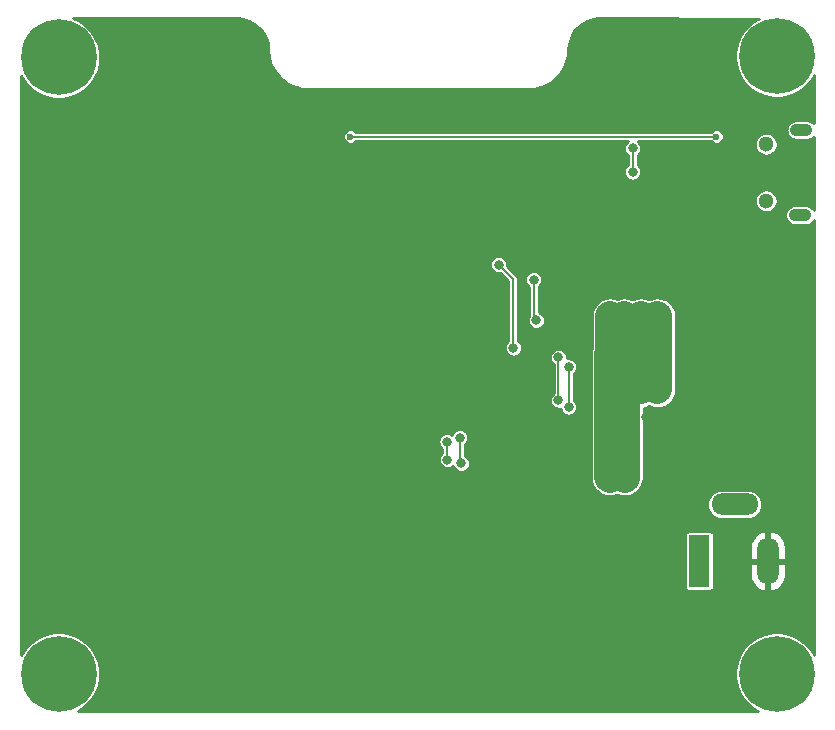
<source format=gbr>
G04 #@! TF.GenerationSoftware,KiCad,Pcbnew,(5.1.10-1-10_14)*
G04 #@! TF.CreationDate,2021-09-03T22:36:36+10:00*
G04 #@! TF.ProjectId,esp32_smart_keezer,65737033-325f-4736-9d61-72745f6b6565,1*
G04 #@! TF.SameCoordinates,Original*
G04 #@! TF.FileFunction,Copper,L2,Bot*
G04 #@! TF.FilePolarity,Positive*
%FSLAX46Y46*%
G04 Gerber Fmt 4.6, Leading zero omitted, Abs format (unit mm)*
G04 Created by KiCad (PCBNEW (5.1.10-1-10_14)) date 2021-09-03 22:36:36*
%MOMM*%
%LPD*%
G01*
G04 APERTURE LIST*
G04 #@! TA.AperFunction,ComponentPad*
%ADD10O,1.900000X1.070000*%
G04 #@! TD*
G04 #@! TA.AperFunction,ComponentPad*
%ADD11C,1.300000*%
G04 #@! TD*
G04 #@! TA.AperFunction,ComponentPad*
%ADD12C,0.800000*%
G04 #@! TD*
G04 #@! TA.AperFunction,ComponentPad*
%ADD13C,6.400000*%
G04 #@! TD*
G04 #@! TA.AperFunction,ComponentPad*
%ADD14O,4.000000X1.800000*%
G04 #@! TD*
G04 #@! TA.AperFunction,ComponentPad*
%ADD15O,1.800000X4.000000*%
G04 #@! TD*
G04 #@! TA.AperFunction,ComponentPad*
%ADD16R,1.800000X4.400000*%
G04 #@! TD*
G04 #@! TA.AperFunction,ViaPad*
%ADD17C,0.800000*%
G04 #@! TD*
G04 #@! TA.AperFunction,ViaPad*
%ADD18C,0.600000*%
G04 #@! TD*
G04 #@! TA.AperFunction,Conductor*
%ADD19C,0.167000*%
G04 #@! TD*
G04 #@! TA.AperFunction,Conductor*
%ADD20C,0.200000*%
G04 #@! TD*
G04 #@! TA.AperFunction,Conductor*
%ADD21C,2.500000*%
G04 #@! TD*
G04 #@! TA.AperFunction,Conductor*
%ADD22C,0.254000*%
G04 #@! TD*
G04 #@! TA.AperFunction,Conductor*
%ADD23C,0.100000*%
G04 #@! TD*
G04 APERTURE END LIST*
D10*
X174050000Y-84800000D03*
X173950000Y-92000000D03*
D11*
X171050000Y-86000000D03*
X171050000Y-90800000D03*
D12*
X112847056Y-129152944D03*
X111150000Y-128450000D03*
X109452944Y-129152944D03*
X108750000Y-130850000D03*
X109452944Y-132547056D03*
X111150000Y-133250000D03*
X112847056Y-132547056D03*
X113550000Y-130850000D03*
D13*
X111150000Y-130850000D03*
D12*
X173647056Y-76852944D03*
X171950000Y-76150000D03*
X170252944Y-76852944D03*
X169550000Y-78550000D03*
X170252944Y-80247056D03*
X171950000Y-80950000D03*
X173647056Y-80247056D03*
X174350000Y-78550000D03*
D13*
X171950000Y-78550000D03*
X171950000Y-130850000D03*
D12*
X174350000Y-130850000D03*
X173647056Y-132547056D03*
X171950000Y-133250000D03*
X170252944Y-132547056D03*
X169550000Y-130850000D03*
X170252944Y-129152944D03*
X171950000Y-128450000D03*
X173647056Y-129152944D03*
X112847056Y-76952944D03*
X111150000Y-76250000D03*
X109452944Y-76952944D03*
X108750000Y-78650000D03*
X109452944Y-80347056D03*
X111150000Y-81050000D03*
X112847056Y-80347056D03*
X113550000Y-78650000D03*
D13*
X111150000Y-78650000D03*
D14*
X168400000Y-116500000D03*
D15*
X171200000Y-121300000D03*
D16*
X165400000Y-121300000D03*
D17*
X138900000Y-91270000D03*
X140610000Y-91270000D03*
X142250000Y-91220000D03*
X142250000Y-89690000D03*
X140590000Y-89690000D03*
X140560000Y-87930000D03*
X142220000Y-87980000D03*
X138880000Y-87950000D03*
X135850000Y-101250000D03*
X134750000Y-82250000D03*
X129650000Y-81850000D03*
X130650000Y-87550000D03*
X126150000Y-87350000D03*
X160150000Y-83250000D03*
X164750000Y-83350000D03*
X126800000Y-96900000D03*
X152650000Y-97150000D03*
X158950000Y-97150000D03*
X169750000Y-87050000D03*
X168750000Y-87550000D03*
X128050000Y-98650000D03*
X151550000Y-82250000D03*
X120150000Y-121700000D03*
X130150000Y-121700000D03*
X160150000Y-121700000D03*
X150150000Y-109150000D03*
X140150000Y-109150000D03*
X130150000Y-109150000D03*
X120150000Y-109150000D03*
X139923063Y-121473063D03*
X149948063Y-121498063D03*
X133275000Y-114575000D03*
X130425000Y-116975000D03*
X140650000Y-117775000D03*
X143425000Y-121350000D03*
X151975000Y-113475000D03*
X152675000Y-109275000D03*
X147775000Y-87450000D03*
X145550000Y-82400000D03*
X155825000Y-94925000D03*
X138925000Y-89725000D03*
X149575000Y-116375000D03*
X153175000Y-100750000D03*
X164750000Y-84650000D03*
X116650000Y-96650000D03*
X110350000Y-96750000D03*
X152650000Y-89150000D03*
X155150000Y-89150000D03*
X117650000Y-79150000D03*
X127650000Y-79150000D03*
X114750000Y-89500000D03*
X117650000Y-99150000D03*
X112650000Y-109150000D03*
X112575000Y-116150000D03*
X117650000Y-129150000D03*
X122650000Y-129200000D03*
X132650000Y-129200000D03*
X142650000Y-129200000D03*
X152650000Y-129200000D03*
X162650000Y-129200000D03*
X142650000Y-104150000D03*
X132650000Y-104150000D03*
X117650000Y-104150000D03*
X112650000Y-104150000D03*
X157650000Y-84150000D03*
X157650000Y-79150000D03*
X167650000Y-79150000D03*
X167650000Y-84150000D03*
X117650000Y-119200000D03*
X157650000Y-119200000D03*
X153750000Y-117050000D03*
X145650000Y-118150000D03*
X137650000Y-118450000D03*
X140650000Y-97150000D03*
X160650000Y-91150000D03*
X122400000Y-115900000D03*
X125000000Y-117550000D03*
X151000000Y-125550000D03*
X162700000Y-121700000D03*
X162150000Y-113150000D03*
X135250000Y-93200000D03*
X163450000Y-79950000D03*
X163400000Y-81550000D03*
X152500000Y-94650000D03*
X168500000Y-122950000D03*
X173925000Y-122975000D03*
X146150000Y-124300000D03*
X131050000Y-125500000D03*
X124850000Y-124900000D03*
X155100000Y-122550000D03*
X117650000Y-84300000D03*
X122400000Y-79150000D03*
X120500000Y-96850000D03*
X121750000Y-88550000D03*
X160917010Y-109075000D03*
X171150000Y-117925000D03*
X171150000Y-124425000D03*
X173925000Y-120025000D03*
X168500000Y-120000000D03*
D18*
X173850000Y-86325000D03*
X173850000Y-90525000D03*
X169525000Y-84025000D03*
X171950000Y-84025000D03*
D17*
X173750000Y-112950000D03*
X110625000Y-84300000D03*
X112625000Y-124925000D03*
X161050000Y-92750000D03*
D18*
X164450000Y-98950000D03*
X164450000Y-100150000D03*
X164450000Y-101350000D03*
X166850000Y-101350000D03*
X166850000Y-100150000D03*
X166850000Y-98950000D03*
X165650000Y-98550000D03*
X165650000Y-101750000D03*
X171650000Y-97950000D03*
X172850000Y-100050000D03*
X171650000Y-102150000D03*
X170650000Y-100050000D03*
X172350000Y-103350000D03*
X172350000Y-105450000D03*
X172350000Y-106750000D03*
X172350000Y-107950000D03*
X172350000Y-109250000D03*
D17*
X166050000Y-111150000D03*
X174050000Y-96850000D03*
D18*
X166850000Y-85350000D03*
X135850000Y-85350000D03*
D17*
X159750000Y-86350000D03*
X159750000Y-88350000D03*
X151375000Y-97475000D03*
X153475000Y-107675000D03*
X153475000Y-104050000D03*
X144025000Y-111175000D03*
X144075000Y-112699490D03*
X151600000Y-100925000D03*
X154350000Y-108250000D03*
X154350000Y-104850000D03*
X149650000Y-103250000D03*
X148400000Y-96200002D03*
X145125000Y-110850000D03*
X145250000Y-113033500D03*
D18*
X157800000Y-114225000D03*
X159100000Y-114225000D03*
X157650000Y-99950000D03*
X157450000Y-102750000D03*
X162650000Y-102950000D03*
X161850000Y-99950000D03*
X160450000Y-99950000D03*
X159050000Y-99950000D03*
D19*
X166850000Y-85350000D02*
X135850000Y-85350000D01*
D20*
X159750000Y-86350000D02*
X159750000Y-88350000D01*
D19*
X153475000Y-107675000D02*
X153475000Y-104050000D01*
X144025000Y-112649490D02*
X144075000Y-112699490D01*
X144025000Y-111175000D02*
X144025000Y-112649490D01*
X151375000Y-97475000D02*
X151375000Y-100700000D01*
X151375000Y-100700000D02*
X151600000Y-100925000D01*
X154350000Y-108250000D02*
X154350000Y-104850000D01*
X149650000Y-103250000D02*
X149650000Y-97450002D01*
X149650000Y-97450002D02*
X148400000Y-96200002D01*
X145125000Y-112908500D02*
X145250000Y-113033500D01*
X145125000Y-110850000D02*
X145125000Y-112908500D01*
D21*
X160450000Y-106750000D02*
X160450000Y-100550000D01*
X161850000Y-106750000D02*
X161850000Y-100550000D01*
X159100000Y-114225000D02*
X159100000Y-108200000D01*
X157775000Y-103750000D02*
X157775000Y-114200000D01*
X157775000Y-114200000D02*
X157800000Y-114225000D01*
X157850000Y-100550000D02*
X157850000Y-103675000D01*
X159050000Y-109150000D02*
X159050000Y-100550000D01*
D22*
X126764003Y-75404087D02*
X127258427Y-75553361D01*
X127714449Y-75795832D01*
X128114680Y-76122252D01*
X128443894Y-76520203D01*
X128689537Y-76974513D01*
X128842262Y-77467885D01*
X128897991Y-77998117D01*
X128898002Y-78001227D01*
X128898075Y-78022171D01*
X128899628Y-78037465D01*
X128899521Y-78052846D01*
X128900001Y-78057738D01*
X128961202Y-78640028D01*
X128967616Y-78671274D01*
X128973595Y-78702618D01*
X128975016Y-78707324D01*
X129148153Y-79266637D01*
X129160510Y-79296033D01*
X129172467Y-79325627D01*
X129174773Y-79329962D01*
X129174775Y-79329967D01*
X129174778Y-79329971D01*
X129453250Y-79844998D01*
X129471078Y-79871428D01*
X129488560Y-79898144D01*
X129491666Y-79901952D01*
X129864876Y-80353085D01*
X129887490Y-80375541D01*
X129909835Y-80398360D01*
X129913623Y-80401492D01*
X130367351Y-80771544D01*
X130393893Y-80789179D01*
X130420248Y-80807224D01*
X130424571Y-80809562D01*
X130941536Y-81084436D01*
X130971026Y-81096591D01*
X131000355Y-81109161D01*
X131005050Y-81110615D01*
X131565558Y-81279841D01*
X131596804Y-81286028D01*
X131628059Y-81292672D01*
X131632946Y-81293185D01*
X131632948Y-81293185D01*
X132215650Y-81350320D01*
X132232708Y-81352000D01*
X150967292Y-81352000D01*
X150967902Y-81351940D01*
X150972171Y-81351925D01*
X150987465Y-81350372D01*
X151002846Y-81350479D01*
X151007738Y-81349999D01*
X151590028Y-81288798D01*
X151621274Y-81282384D01*
X151652618Y-81276405D01*
X151657324Y-81274984D01*
X152216637Y-81101847D01*
X152246033Y-81089490D01*
X152275627Y-81077533D01*
X152279962Y-81075227D01*
X152279967Y-81075225D01*
X152279971Y-81075222D01*
X152794998Y-80796750D01*
X152821428Y-80778922D01*
X152848144Y-80761440D01*
X152851952Y-80758334D01*
X153303085Y-80385124D01*
X153325541Y-80362510D01*
X153348360Y-80340165D01*
X153351492Y-80336377D01*
X153721544Y-79882649D01*
X153739179Y-79856107D01*
X153757224Y-79829752D01*
X153759562Y-79825429D01*
X154034436Y-79308464D01*
X154046591Y-79278974D01*
X154059161Y-79249645D01*
X154060615Y-79244950D01*
X154229841Y-78684442D01*
X154236028Y-78653196D01*
X154242672Y-78621941D01*
X154243185Y-78617052D01*
X154300320Y-78034350D01*
X154300320Y-78034348D01*
X154354087Y-77485997D01*
X154503361Y-76991573D01*
X154745832Y-76535551D01*
X155072252Y-76135320D01*
X155470203Y-75806106D01*
X155924513Y-75560463D01*
X156417885Y-75407738D01*
X156948117Y-75352009D01*
X156950706Y-75352000D01*
X170429546Y-75362195D01*
X170279339Y-75424413D01*
X169701668Y-75810400D01*
X169210400Y-76301668D01*
X168824413Y-76879339D01*
X168558540Y-77521212D01*
X168423000Y-78202621D01*
X168423000Y-78897379D01*
X168558540Y-79578788D01*
X168824413Y-80220661D01*
X169210400Y-80798332D01*
X169701668Y-81289600D01*
X170279339Y-81675587D01*
X170921212Y-81941460D01*
X171602621Y-82077000D01*
X172297379Y-82077000D01*
X172978788Y-81941460D01*
X173620661Y-81675587D01*
X174198332Y-81289600D01*
X174689600Y-80798332D01*
X175075587Y-80220661D01*
X175098000Y-80166551D01*
X175098000Y-84212535D01*
X175077475Y-84187525D01*
X174946218Y-84079806D01*
X174796469Y-83999763D01*
X174633981Y-83950473D01*
X174507339Y-83938000D01*
X173592661Y-83938000D01*
X173466019Y-83950473D01*
X173303531Y-83999763D01*
X173153782Y-84079806D01*
X173022525Y-84187525D01*
X172914806Y-84318782D01*
X172834763Y-84468531D01*
X172785473Y-84631019D01*
X172768830Y-84800000D01*
X172785473Y-84968981D01*
X172834763Y-85131469D01*
X172914806Y-85281218D01*
X173022525Y-85412475D01*
X173153782Y-85520194D01*
X173303531Y-85600237D01*
X173466019Y-85649527D01*
X173592661Y-85662000D01*
X174507339Y-85662000D01*
X174633981Y-85649527D01*
X174796469Y-85600237D01*
X174946218Y-85520194D01*
X175077475Y-85412475D01*
X175098000Y-85387465D01*
X175098000Y-91542741D01*
X175085194Y-91518782D01*
X174977475Y-91387525D01*
X174846218Y-91279806D01*
X174696469Y-91199763D01*
X174533981Y-91150473D01*
X174407339Y-91138000D01*
X173492661Y-91138000D01*
X173366019Y-91150473D01*
X173203531Y-91199763D01*
X173053782Y-91279806D01*
X172922525Y-91387525D01*
X172814806Y-91518782D01*
X172734763Y-91668531D01*
X172685473Y-91831019D01*
X172668830Y-92000000D01*
X172685473Y-92168981D01*
X172734763Y-92331469D01*
X172814806Y-92481218D01*
X172922525Y-92612475D01*
X173053782Y-92720194D01*
X173203531Y-92800237D01*
X173366019Y-92849527D01*
X173492661Y-92862000D01*
X174407339Y-92862000D01*
X174533981Y-92849527D01*
X174696469Y-92800237D01*
X174846218Y-92720194D01*
X174977475Y-92612475D01*
X175085194Y-92481218D01*
X175098000Y-92457259D01*
X175098001Y-129233451D01*
X175075587Y-129179339D01*
X174689600Y-128601668D01*
X174198332Y-128110400D01*
X173620661Y-127724413D01*
X172978788Y-127458540D01*
X172297379Y-127323000D01*
X171602621Y-127323000D01*
X170921212Y-127458540D01*
X170279339Y-127724413D01*
X169701668Y-128110400D01*
X169210400Y-128601668D01*
X168824413Y-129179339D01*
X168558540Y-129821212D01*
X168423000Y-130502621D01*
X168423000Y-131197379D01*
X168558540Y-131878788D01*
X168824413Y-132520661D01*
X169210400Y-133098332D01*
X169701668Y-133589600D01*
X170279339Y-133975587D01*
X170333449Y-133998000D01*
X112766551Y-133998000D01*
X112820661Y-133975587D01*
X113398332Y-133589600D01*
X113889600Y-133098332D01*
X114275587Y-132520661D01*
X114541460Y-131878788D01*
X114677000Y-131197379D01*
X114677000Y-130502621D01*
X114541460Y-129821212D01*
X114275587Y-129179339D01*
X113889600Y-128601668D01*
X113398332Y-128110400D01*
X112820661Y-127724413D01*
X112178788Y-127458540D01*
X111497379Y-127323000D01*
X110802621Y-127323000D01*
X110121212Y-127458540D01*
X109479339Y-127724413D01*
X108901668Y-128110400D01*
X108410400Y-128601668D01*
X108024413Y-129179339D01*
X108002000Y-129233449D01*
X108002000Y-119100000D01*
X164171418Y-119100000D01*
X164171418Y-123500000D01*
X164177732Y-123564103D01*
X164196430Y-123625743D01*
X164226794Y-123682550D01*
X164267657Y-123732343D01*
X164317450Y-123773206D01*
X164374257Y-123803570D01*
X164435897Y-123822268D01*
X164500000Y-123828582D01*
X166300000Y-123828582D01*
X166364103Y-123822268D01*
X166425743Y-123803570D01*
X166482550Y-123773206D01*
X166532343Y-123732343D01*
X166573206Y-123682550D01*
X166603570Y-123625743D01*
X166622268Y-123564103D01*
X166628582Y-123500000D01*
X166628582Y-121427000D01*
X169665000Y-121427000D01*
X169665000Y-122527000D01*
X169719271Y-122824023D01*
X169830446Y-123104751D01*
X169994252Y-123358396D01*
X170204394Y-123575210D01*
X170452796Y-123746862D01*
X170729913Y-123866755D01*
X170835260Y-123891036D01*
X171073000Y-123770378D01*
X171073000Y-121427000D01*
X171327000Y-121427000D01*
X171327000Y-123770378D01*
X171564740Y-123891036D01*
X171670087Y-123866755D01*
X171947204Y-123746862D01*
X172195606Y-123575210D01*
X172405748Y-123358396D01*
X172569554Y-123104751D01*
X172680729Y-122824023D01*
X172735000Y-122527000D01*
X172735000Y-121427000D01*
X171327000Y-121427000D01*
X171073000Y-121427000D01*
X169665000Y-121427000D01*
X166628582Y-121427000D01*
X166628582Y-120073000D01*
X169665000Y-120073000D01*
X169665000Y-121173000D01*
X171073000Y-121173000D01*
X171073000Y-118829622D01*
X171327000Y-118829622D01*
X171327000Y-121173000D01*
X172735000Y-121173000D01*
X172735000Y-120073000D01*
X172680729Y-119775977D01*
X172569554Y-119495249D01*
X172405748Y-119241604D01*
X172195606Y-119024790D01*
X171947204Y-118853138D01*
X171670087Y-118733245D01*
X171564740Y-118708964D01*
X171327000Y-118829622D01*
X171073000Y-118829622D01*
X170835260Y-118708964D01*
X170729913Y-118733245D01*
X170452796Y-118853138D01*
X170204394Y-119024790D01*
X169994252Y-119241604D01*
X169830446Y-119495249D01*
X169719271Y-119775977D01*
X169665000Y-120073000D01*
X166628582Y-120073000D01*
X166628582Y-119100000D01*
X166622268Y-119035897D01*
X166603570Y-118974257D01*
X166573206Y-118917450D01*
X166532343Y-118867657D01*
X166482550Y-118826794D01*
X166425743Y-118796430D01*
X166364103Y-118777732D01*
X166300000Y-118771418D01*
X164500000Y-118771418D01*
X164435897Y-118777732D01*
X164374257Y-118796430D01*
X164317450Y-118826794D01*
X164267657Y-118867657D01*
X164226794Y-118917450D01*
X164196430Y-118974257D01*
X164177732Y-119035897D01*
X164171418Y-119100000D01*
X108002000Y-119100000D01*
X108002000Y-116500000D01*
X166067064Y-116500000D01*
X166090755Y-116740534D01*
X166160916Y-116971824D01*
X166274851Y-117184983D01*
X166428183Y-117371817D01*
X166615017Y-117525149D01*
X166828176Y-117639084D01*
X167059466Y-117709245D01*
X167239732Y-117727000D01*
X169560268Y-117727000D01*
X169740534Y-117709245D01*
X169971824Y-117639084D01*
X170184983Y-117525149D01*
X170371817Y-117371817D01*
X170525149Y-117184983D01*
X170639084Y-116971824D01*
X170709245Y-116740534D01*
X170732936Y-116500000D01*
X170709245Y-116259466D01*
X170639084Y-116028176D01*
X170525149Y-115815017D01*
X170371817Y-115628183D01*
X170184983Y-115474851D01*
X169971824Y-115360916D01*
X169740534Y-115290755D01*
X169560268Y-115273000D01*
X167239732Y-115273000D01*
X167059466Y-115290755D01*
X166828176Y-115360916D01*
X166615017Y-115474851D01*
X166428183Y-115628183D01*
X166274851Y-115815017D01*
X166160916Y-116028176D01*
X166090755Y-116259466D01*
X166067064Y-116500000D01*
X108002000Y-116500000D01*
X108002000Y-114200000D01*
X156190370Y-114200000D01*
X156220819Y-114509146D01*
X156310993Y-114806411D01*
X156335361Y-114852000D01*
X156457429Y-115080373D01*
X156654498Y-115320503D01*
X156714674Y-115369888D01*
X156739672Y-115394886D01*
X156919627Y-115542571D01*
X157193589Y-115689007D01*
X157490854Y-115779181D01*
X157799999Y-115809630D01*
X158109146Y-115779181D01*
X158406411Y-115689007D01*
X158449999Y-115665708D01*
X158493588Y-115689007D01*
X158790854Y-115779182D01*
X159100000Y-115809630D01*
X159409145Y-115779182D01*
X159706411Y-115689007D01*
X159980372Y-115542572D01*
X160220503Y-115345503D01*
X160417572Y-115105373D01*
X160564007Y-114831412D01*
X160654182Y-114534146D01*
X160677000Y-114302469D01*
X160677000Y-108312273D01*
X160759145Y-108304182D01*
X161056411Y-108214007D01*
X161150000Y-108163983D01*
X161243588Y-108214007D01*
X161540854Y-108304182D01*
X161850000Y-108334630D01*
X162159145Y-108304182D01*
X162456411Y-108214007D01*
X162730372Y-108067572D01*
X162970503Y-107870503D01*
X163167572Y-107630373D01*
X163314007Y-107356412D01*
X163404182Y-107059146D01*
X163427000Y-106827469D01*
X163427000Y-100472531D01*
X163404182Y-100240854D01*
X163314007Y-99943588D01*
X163167572Y-99669627D01*
X162970503Y-99429497D01*
X162730373Y-99232428D01*
X162456412Y-99085993D01*
X162159146Y-98995818D01*
X161850000Y-98965370D01*
X161540855Y-98995818D01*
X161243589Y-99085993D01*
X161150001Y-99136017D01*
X161056412Y-99085993D01*
X160759146Y-98995818D01*
X160450000Y-98965370D01*
X160140855Y-98995818D01*
X159843589Y-99085993D01*
X159750001Y-99136017D01*
X159656412Y-99085993D01*
X159359146Y-98995818D01*
X159050000Y-98965370D01*
X158740855Y-98995818D01*
X158450000Y-99084048D01*
X158159145Y-98995818D01*
X157850000Y-98965370D01*
X157540854Y-98995818D01*
X157243588Y-99085993D01*
X156969627Y-99232428D01*
X156729497Y-99429497D01*
X156532428Y-99669628D01*
X156385993Y-99943589D01*
X156295818Y-100240855D01*
X156273000Y-100472532D01*
X156273001Y-103268832D01*
X156220818Y-103440855D01*
X156198000Y-103672532D01*
X156198001Y-114122523D01*
X156190370Y-114200000D01*
X108002000Y-114200000D01*
X108002000Y-111103397D01*
X143298000Y-111103397D01*
X143298000Y-111246603D01*
X143325938Y-111387058D01*
X143380741Y-111519364D01*
X143460302Y-111638436D01*
X143561564Y-111739698D01*
X143614500Y-111775069D01*
X143614501Y-112132830D01*
X143611564Y-112134792D01*
X143510302Y-112236054D01*
X143430741Y-112355126D01*
X143375938Y-112487432D01*
X143348000Y-112627887D01*
X143348000Y-112771093D01*
X143375938Y-112911548D01*
X143430741Y-113043854D01*
X143510302Y-113162926D01*
X143611564Y-113264188D01*
X143730636Y-113343749D01*
X143862942Y-113398552D01*
X144003397Y-113426490D01*
X144146603Y-113426490D01*
X144287058Y-113398552D01*
X144419364Y-113343749D01*
X144538436Y-113264188D01*
X144552733Y-113249891D01*
X144605741Y-113377864D01*
X144685302Y-113496936D01*
X144786564Y-113598198D01*
X144905636Y-113677759D01*
X145037942Y-113732562D01*
X145178397Y-113760500D01*
X145321603Y-113760500D01*
X145462058Y-113732562D01*
X145594364Y-113677759D01*
X145713436Y-113598198D01*
X145814698Y-113496936D01*
X145894259Y-113377864D01*
X145949062Y-113245558D01*
X145977000Y-113105103D01*
X145977000Y-112961897D01*
X145949062Y-112821442D01*
X145894259Y-112689136D01*
X145814698Y-112570064D01*
X145713436Y-112468802D01*
X145594364Y-112389241D01*
X145535500Y-112364859D01*
X145535500Y-111450069D01*
X145588436Y-111414698D01*
X145689698Y-111313436D01*
X145769259Y-111194364D01*
X145824062Y-111062058D01*
X145852000Y-110921603D01*
X145852000Y-110778397D01*
X145824062Y-110637942D01*
X145769259Y-110505636D01*
X145689698Y-110386564D01*
X145588436Y-110285302D01*
X145469364Y-110205741D01*
X145337058Y-110150938D01*
X145196603Y-110123000D01*
X145053397Y-110123000D01*
X144912942Y-110150938D01*
X144780636Y-110205741D01*
X144661564Y-110285302D01*
X144560302Y-110386564D01*
X144480741Y-110505636D01*
X144448453Y-110583586D01*
X144369364Y-110530741D01*
X144237058Y-110475938D01*
X144096603Y-110448000D01*
X143953397Y-110448000D01*
X143812942Y-110475938D01*
X143680636Y-110530741D01*
X143561564Y-110610302D01*
X143460302Y-110711564D01*
X143380741Y-110830636D01*
X143325938Y-110962942D01*
X143298000Y-111103397D01*
X108002000Y-111103397D01*
X108002000Y-103978397D01*
X152748000Y-103978397D01*
X152748000Y-104121603D01*
X152775938Y-104262058D01*
X152830741Y-104394364D01*
X152910302Y-104513436D01*
X153011564Y-104614698D01*
X153064501Y-104650069D01*
X153064500Y-107074931D01*
X153011564Y-107110302D01*
X152910302Y-107211564D01*
X152830741Y-107330636D01*
X152775938Y-107462942D01*
X152748000Y-107603397D01*
X152748000Y-107746603D01*
X152775938Y-107887058D01*
X152830741Y-108019364D01*
X152910302Y-108138436D01*
X153011564Y-108239698D01*
X153130636Y-108319259D01*
X153262942Y-108374062D01*
X153403397Y-108402000D01*
X153546603Y-108402000D01*
X153635476Y-108384322D01*
X153650938Y-108462058D01*
X153705741Y-108594364D01*
X153785302Y-108713436D01*
X153886564Y-108814698D01*
X154005636Y-108894259D01*
X154137942Y-108949062D01*
X154278397Y-108977000D01*
X154421603Y-108977000D01*
X154562058Y-108949062D01*
X154694364Y-108894259D01*
X154813436Y-108814698D01*
X154914698Y-108713436D01*
X154994259Y-108594364D01*
X155049062Y-108462058D01*
X155077000Y-108321603D01*
X155077000Y-108178397D01*
X155049062Y-108037942D01*
X154994259Y-107905636D01*
X154914698Y-107786564D01*
X154813436Y-107685302D01*
X154760500Y-107649931D01*
X154760500Y-105450069D01*
X154813436Y-105414698D01*
X154914698Y-105313436D01*
X154994259Y-105194364D01*
X155049062Y-105062058D01*
X155077000Y-104921603D01*
X155077000Y-104778397D01*
X155049062Y-104637942D01*
X154994259Y-104505636D01*
X154914698Y-104386564D01*
X154813436Y-104285302D01*
X154694364Y-104205741D01*
X154562058Y-104150938D01*
X154421603Y-104123000D01*
X154278397Y-104123000D01*
X154198563Y-104138880D01*
X154202000Y-104121603D01*
X154202000Y-103978397D01*
X154174062Y-103837942D01*
X154119259Y-103705636D01*
X154039698Y-103586564D01*
X153938436Y-103485302D01*
X153819364Y-103405741D01*
X153687058Y-103350938D01*
X153546603Y-103323000D01*
X153403397Y-103323000D01*
X153262942Y-103350938D01*
X153130636Y-103405741D01*
X153011564Y-103485302D01*
X152910302Y-103586564D01*
X152830741Y-103705636D01*
X152775938Y-103837942D01*
X152748000Y-103978397D01*
X108002000Y-103978397D01*
X108002000Y-96128399D01*
X147673000Y-96128399D01*
X147673000Y-96271605D01*
X147700938Y-96412060D01*
X147755741Y-96544366D01*
X147835302Y-96663438D01*
X147936564Y-96764700D01*
X148055636Y-96844261D01*
X148187942Y-96899064D01*
X148328397Y-96927002D01*
X148471603Y-96927002D01*
X148534045Y-96914582D01*
X149239501Y-97620038D01*
X149239500Y-102649931D01*
X149186564Y-102685302D01*
X149085302Y-102786564D01*
X149005741Y-102905636D01*
X148950938Y-103037942D01*
X148923000Y-103178397D01*
X148923000Y-103321603D01*
X148950938Y-103462058D01*
X149005741Y-103594364D01*
X149085302Y-103713436D01*
X149186564Y-103814698D01*
X149305636Y-103894259D01*
X149437942Y-103949062D01*
X149578397Y-103977000D01*
X149721603Y-103977000D01*
X149862058Y-103949062D01*
X149994364Y-103894259D01*
X150113436Y-103814698D01*
X150214698Y-103713436D01*
X150294259Y-103594364D01*
X150349062Y-103462058D01*
X150377000Y-103321603D01*
X150377000Y-103178397D01*
X150349062Y-103037942D01*
X150294259Y-102905636D01*
X150214698Y-102786564D01*
X150113436Y-102685302D01*
X150060500Y-102649931D01*
X150060500Y-97470166D01*
X150062486Y-97450002D01*
X150057896Y-97403397D01*
X150648000Y-97403397D01*
X150648000Y-97546603D01*
X150675938Y-97687058D01*
X150730741Y-97819364D01*
X150810302Y-97938436D01*
X150911564Y-98039698D01*
X150964500Y-98075069D01*
X150964501Y-100567526D01*
X150955741Y-100580636D01*
X150900938Y-100712942D01*
X150873000Y-100853397D01*
X150873000Y-100996603D01*
X150900938Y-101137058D01*
X150955741Y-101269364D01*
X151035302Y-101388436D01*
X151136564Y-101489698D01*
X151255636Y-101569259D01*
X151387942Y-101624062D01*
X151528397Y-101652000D01*
X151671603Y-101652000D01*
X151812058Y-101624062D01*
X151944364Y-101569259D01*
X152063436Y-101489698D01*
X152164698Y-101388436D01*
X152244259Y-101269364D01*
X152299062Y-101137058D01*
X152327000Y-100996603D01*
X152327000Y-100853397D01*
X152299062Y-100712942D01*
X152244259Y-100580636D01*
X152164698Y-100461564D01*
X152063436Y-100360302D01*
X151944364Y-100280741D01*
X151812058Y-100225938D01*
X151785500Y-100220655D01*
X151785500Y-98075069D01*
X151838436Y-98039698D01*
X151939698Y-97938436D01*
X152019259Y-97819364D01*
X152074062Y-97687058D01*
X152102000Y-97546603D01*
X152102000Y-97403397D01*
X152074062Y-97262942D01*
X152019259Y-97130636D01*
X151939698Y-97011564D01*
X151838436Y-96910302D01*
X151719364Y-96830741D01*
X151587058Y-96775938D01*
X151446603Y-96748000D01*
X151303397Y-96748000D01*
X151162942Y-96775938D01*
X151030636Y-96830741D01*
X150911564Y-96910302D01*
X150810302Y-97011564D01*
X150730741Y-97130636D01*
X150675938Y-97262942D01*
X150648000Y-97403397D01*
X150057896Y-97403397D01*
X150054560Y-97369529D01*
X150031087Y-97292151D01*
X150031087Y-97292150D01*
X149992970Y-97220837D01*
X149941672Y-97158330D01*
X149926007Y-97145475D01*
X149114580Y-96334047D01*
X149127000Y-96271605D01*
X149127000Y-96128399D01*
X149099062Y-95987944D01*
X149044259Y-95855638D01*
X148964698Y-95736566D01*
X148863436Y-95635304D01*
X148744364Y-95555743D01*
X148612058Y-95500940D01*
X148471603Y-95473002D01*
X148328397Y-95473002D01*
X148187942Y-95500940D01*
X148055636Y-95555743D01*
X147936564Y-95635304D01*
X147835302Y-95736566D01*
X147755741Y-95855638D01*
X147700938Y-95987944D01*
X147673000Y-96128399D01*
X108002000Y-96128399D01*
X108002000Y-90703774D01*
X170073000Y-90703774D01*
X170073000Y-90896226D01*
X170110546Y-91084980D01*
X170184194Y-91262783D01*
X170291115Y-91422801D01*
X170427199Y-91558885D01*
X170587217Y-91665806D01*
X170765020Y-91739454D01*
X170953774Y-91777000D01*
X171146226Y-91777000D01*
X171334980Y-91739454D01*
X171512783Y-91665806D01*
X171672801Y-91558885D01*
X171808885Y-91422801D01*
X171915806Y-91262783D01*
X171989454Y-91084980D01*
X172027000Y-90896226D01*
X172027000Y-90703774D01*
X171989454Y-90515020D01*
X171915806Y-90337217D01*
X171808885Y-90177199D01*
X171672801Y-90041115D01*
X171512783Y-89934194D01*
X171334980Y-89860546D01*
X171146226Y-89823000D01*
X170953774Y-89823000D01*
X170765020Y-89860546D01*
X170587217Y-89934194D01*
X170427199Y-90041115D01*
X170291115Y-90177199D01*
X170184194Y-90337217D01*
X170110546Y-90515020D01*
X170073000Y-90703774D01*
X108002000Y-90703774D01*
X108002000Y-85288246D01*
X135223000Y-85288246D01*
X135223000Y-85411754D01*
X135247095Y-85532889D01*
X135294360Y-85646996D01*
X135362977Y-85749689D01*
X135450311Y-85837023D01*
X135553004Y-85905640D01*
X135667111Y-85952905D01*
X135788246Y-85977000D01*
X135911754Y-85977000D01*
X136032889Y-85952905D01*
X136146996Y-85905640D01*
X136249689Y-85837023D01*
X136326212Y-85760500D01*
X159323683Y-85760500D01*
X159286564Y-85785302D01*
X159185302Y-85886564D01*
X159105741Y-86005636D01*
X159050938Y-86137942D01*
X159023000Y-86278397D01*
X159023000Y-86421603D01*
X159050938Y-86562058D01*
X159105741Y-86694364D01*
X159185302Y-86813436D01*
X159286564Y-86914698D01*
X159323000Y-86939044D01*
X159323001Y-87760956D01*
X159286564Y-87785302D01*
X159185302Y-87886564D01*
X159105741Y-88005636D01*
X159050938Y-88137942D01*
X159023000Y-88278397D01*
X159023000Y-88421603D01*
X159050938Y-88562058D01*
X159105741Y-88694364D01*
X159185302Y-88813436D01*
X159286564Y-88914698D01*
X159405636Y-88994259D01*
X159537942Y-89049062D01*
X159678397Y-89077000D01*
X159821603Y-89077000D01*
X159962058Y-89049062D01*
X160094364Y-88994259D01*
X160213436Y-88914698D01*
X160314698Y-88813436D01*
X160394259Y-88694364D01*
X160449062Y-88562058D01*
X160477000Y-88421603D01*
X160477000Y-88278397D01*
X160449062Y-88137942D01*
X160394259Y-88005636D01*
X160314698Y-87886564D01*
X160213436Y-87785302D01*
X160177000Y-87760956D01*
X160177000Y-86939044D01*
X160213436Y-86914698D01*
X160314698Y-86813436D01*
X160394259Y-86694364D01*
X160449062Y-86562058D01*
X160477000Y-86421603D01*
X160477000Y-86278397D01*
X160449062Y-86137942D01*
X160394259Y-86005636D01*
X160314698Y-85886564D01*
X160213436Y-85785302D01*
X160176317Y-85760500D01*
X166373788Y-85760500D01*
X166450311Y-85837023D01*
X166553004Y-85905640D01*
X166667111Y-85952905D01*
X166788246Y-85977000D01*
X166911754Y-85977000D01*
X167032889Y-85952905D01*
X167146996Y-85905640D01*
X167149788Y-85903774D01*
X170073000Y-85903774D01*
X170073000Y-86096226D01*
X170110546Y-86284980D01*
X170184194Y-86462783D01*
X170291115Y-86622801D01*
X170427199Y-86758885D01*
X170587217Y-86865806D01*
X170765020Y-86939454D01*
X170953774Y-86977000D01*
X171146226Y-86977000D01*
X171334980Y-86939454D01*
X171512783Y-86865806D01*
X171672801Y-86758885D01*
X171808885Y-86622801D01*
X171915806Y-86462783D01*
X171989454Y-86284980D01*
X172027000Y-86096226D01*
X172027000Y-85903774D01*
X171989454Y-85715020D01*
X171915806Y-85537217D01*
X171808885Y-85377199D01*
X171672801Y-85241115D01*
X171512783Y-85134194D01*
X171334980Y-85060546D01*
X171146226Y-85023000D01*
X170953774Y-85023000D01*
X170765020Y-85060546D01*
X170587217Y-85134194D01*
X170427199Y-85241115D01*
X170291115Y-85377199D01*
X170184194Y-85537217D01*
X170110546Y-85715020D01*
X170073000Y-85903774D01*
X167149788Y-85903774D01*
X167249689Y-85837023D01*
X167337023Y-85749689D01*
X167405640Y-85646996D01*
X167452905Y-85532889D01*
X167477000Y-85411754D01*
X167477000Y-85288246D01*
X167452905Y-85167111D01*
X167405640Y-85053004D01*
X167337023Y-84950311D01*
X167249689Y-84862977D01*
X167146996Y-84794360D01*
X167032889Y-84747095D01*
X166911754Y-84723000D01*
X166788246Y-84723000D01*
X166667111Y-84747095D01*
X166553004Y-84794360D01*
X166450311Y-84862977D01*
X166373788Y-84939500D01*
X136326212Y-84939500D01*
X136249689Y-84862977D01*
X136146996Y-84794360D01*
X136032889Y-84747095D01*
X135911754Y-84723000D01*
X135788246Y-84723000D01*
X135667111Y-84747095D01*
X135553004Y-84794360D01*
X135450311Y-84862977D01*
X135362977Y-84950311D01*
X135294360Y-85053004D01*
X135247095Y-85167111D01*
X135223000Y-85288246D01*
X108002000Y-85288246D01*
X108002000Y-80266551D01*
X108024413Y-80320661D01*
X108410400Y-80898332D01*
X108901668Y-81389600D01*
X109479339Y-81775587D01*
X110121212Y-82041460D01*
X110802621Y-82177000D01*
X111497379Y-82177000D01*
X112178788Y-82041460D01*
X112820661Y-81775587D01*
X113398332Y-81389600D01*
X113889600Y-80898332D01*
X114275587Y-80320661D01*
X114541460Y-79678788D01*
X114677000Y-78997379D01*
X114677000Y-78302621D01*
X114541460Y-77621212D01*
X114275587Y-76979339D01*
X113889600Y-76401668D01*
X113398332Y-75910400D01*
X112820661Y-75524413D01*
X112404420Y-75352000D01*
X126232785Y-75352000D01*
X126764003Y-75404087D01*
G04 #@! TA.AperFunction,Conductor*
D23*
G36*
X126764003Y-75404087D02*
G01*
X127258427Y-75553361D01*
X127714449Y-75795832D01*
X128114680Y-76122252D01*
X128443894Y-76520203D01*
X128689537Y-76974513D01*
X128842262Y-77467885D01*
X128897991Y-77998117D01*
X128898002Y-78001227D01*
X128898075Y-78022171D01*
X128899628Y-78037465D01*
X128899521Y-78052846D01*
X128900001Y-78057738D01*
X128961202Y-78640028D01*
X128967616Y-78671274D01*
X128973595Y-78702618D01*
X128975016Y-78707324D01*
X129148153Y-79266637D01*
X129160510Y-79296033D01*
X129172467Y-79325627D01*
X129174773Y-79329962D01*
X129174775Y-79329967D01*
X129174778Y-79329971D01*
X129453250Y-79844998D01*
X129471078Y-79871428D01*
X129488560Y-79898144D01*
X129491666Y-79901952D01*
X129864876Y-80353085D01*
X129887490Y-80375541D01*
X129909835Y-80398360D01*
X129913623Y-80401492D01*
X130367351Y-80771544D01*
X130393893Y-80789179D01*
X130420248Y-80807224D01*
X130424571Y-80809562D01*
X130941536Y-81084436D01*
X130971026Y-81096591D01*
X131000355Y-81109161D01*
X131005050Y-81110615D01*
X131565558Y-81279841D01*
X131596804Y-81286028D01*
X131628059Y-81292672D01*
X131632946Y-81293185D01*
X131632948Y-81293185D01*
X132215650Y-81350320D01*
X132232708Y-81352000D01*
X150967292Y-81352000D01*
X150967902Y-81351940D01*
X150972171Y-81351925D01*
X150987465Y-81350372D01*
X151002846Y-81350479D01*
X151007738Y-81349999D01*
X151590028Y-81288798D01*
X151621274Y-81282384D01*
X151652618Y-81276405D01*
X151657324Y-81274984D01*
X152216637Y-81101847D01*
X152246033Y-81089490D01*
X152275627Y-81077533D01*
X152279962Y-81075227D01*
X152279967Y-81075225D01*
X152279971Y-81075222D01*
X152794998Y-80796750D01*
X152821428Y-80778922D01*
X152848144Y-80761440D01*
X152851952Y-80758334D01*
X153303085Y-80385124D01*
X153325541Y-80362510D01*
X153348360Y-80340165D01*
X153351492Y-80336377D01*
X153721544Y-79882649D01*
X153739179Y-79856107D01*
X153757224Y-79829752D01*
X153759562Y-79825429D01*
X154034436Y-79308464D01*
X154046591Y-79278974D01*
X154059161Y-79249645D01*
X154060615Y-79244950D01*
X154229841Y-78684442D01*
X154236028Y-78653196D01*
X154242672Y-78621941D01*
X154243185Y-78617052D01*
X154300320Y-78034350D01*
X154300320Y-78034348D01*
X154354087Y-77485997D01*
X154503361Y-76991573D01*
X154745832Y-76535551D01*
X155072252Y-76135320D01*
X155470203Y-75806106D01*
X155924513Y-75560463D01*
X156417885Y-75407738D01*
X156948117Y-75352009D01*
X156950706Y-75352000D01*
X170429546Y-75362195D01*
X170279339Y-75424413D01*
X169701668Y-75810400D01*
X169210400Y-76301668D01*
X168824413Y-76879339D01*
X168558540Y-77521212D01*
X168423000Y-78202621D01*
X168423000Y-78897379D01*
X168558540Y-79578788D01*
X168824413Y-80220661D01*
X169210400Y-80798332D01*
X169701668Y-81289600D01*
X170279339Y-81675587D01*
X170921212Y-81941460D01*
X171602621Y-82077000D01*
X172297379Y-82077000D01*
X172978788Y-81941460D01*
X173620661Y-81675587D01*
X174198332Y-81289600D01*
X174689600Y-80798332D01*
X175075587Y-80220661D01*
X175098000Y-80166551D01*
X175098000Y-84212535D01*
X175077475Y-84187525D01*
X174946218Y-84079806D01*
X174796469Y-83999763D01*
X174633981Y-83950473D01*
X174507339Y-83938000D01*
X173592661Y-83938000D01*
X173466019Y-83950473D01*
X173303531Y-83999763D01*
X173153782Y-84079806D01*
X173022525Y-84187525D01*
X172914806Y-84318782D01*
X172834763Y-84468531D01*
X172785473Y-84631019D01*
X172768830Y-84800000D01*
X172785473Y-84968981D01*
X172834763Y-85131469D01*
X172914806Y-85281218D01*
X173022525Y-85412475D01*
X173153782Y-85520194D01*
X173303531Y-85600237D01*
X173466019Y-85649527D01*
X173592661Y-85662000D01*
X174507339Y-85662000D01*
X174633981Y-85649527D01*
X174796469Y-85600237D01*
X174946218Y-85520194D01*
X175077475Y-85412475D01*
X175098000Y-85387465D01*
X175098000Y-91542741D01*
X175085194Y-91518782D01*
X174977475Y-91387525D01*
X174846218Y-91279806D01*
X174696469Y-91199763D01*
X174533981Y-91150473D01*
X174407339Y-91138000D01*
X173492661Y-91138000D01*
X173366019Y-91150473D01*
X173203531Y-91199763D01*
X173053782Y-91279806D01*
X172922525Y-91387525D01*
X172814806Y-91518782D01*
X172734763Y-91668531D01*
X172685473Y-91831019D01*
X172668830Y-92000000D01*
X172685473Y-92168981D01*
X172734763Y-92331469D01*
X172814806Y-92481218D01*
X172922525Y-92612475D01*
X173053782Y-92720194D01*
X173203531Y-92800237D01*
X173366019Y-92849527D01*
X173492661Y-92862000D01*
X174407339Y-92862000D01*
X174533981Y-92849527D01*
X174696469Y-92800237D01*
X174846218Y-92720194D01*
X174977475Y-92612475D01*
X175085194Y-92481218D01*
X175098000Y-92457259D01*
X175098001Y-129233451D01*
X175075587Y-129179339D01*
X174689600Y-128601668D01*
X174198332Y-128110400D01*
X173620661Y-127724413D01*
X172978788Y-127458540D01*
X172297379Y-127323000D01*
X171602621Y-127323000D01*
X170921212Y-127458540D01*
X170279339Y-127724413D01*
X169701668Y-128110400D01*
X169210400Y-128601668D01*
X168824413Y-129179339D01*
X168558540Y-129821212D01*
X168423000Y-130502621D01*
X168423000Y-131197379D01*
X168558540Y-131878788D01*
X168824413Y-132520661D01*
X169210400Y-133098332D01*
X169701668Y-133589600D01*
X170279339Y-133975587D01*
X170333449Y-133998000D01*
X112766551Y-133998000D01*
X112820661Y-133975587D01*
X113398332Y-133589600D01*
X113889600Y-133098332D01*
X114275587Y-132520661D01*
X114541460Y-131878788D01*
X114677000Y-131197379D01*
X114677000Y-130502621D01*
X114541460Y-129821212D01*
X114275587Y-129179339D01*
X113889600Y-128601668D01*
X113398332Y-128110400D01*
X112820661Y-127724413D01*
X112178788Y-127458540D01*
X111497379Y-127323000D01*
X110802621Y-127323000D01*
X110121212Y-127458540D01*
X109479339Y-127724413D01*
X108901668Y-128110400D01*
X108410400Y-128601668D01*
X108024413Y-129179339D01*
X108002000Y-129233449D01*
X108002000Y-119100000D01*
X164171418Y-119100000D01*
X164171418Y-123500000D01*
X164177732Y-123564103D01*
X164196430Y-123625743D01*
X164226794Y-123682550D01*
X164267657Y-123732343D01*
X164317450Y-123773206D01*
X164374257Y-123803570D01*
X164435897Y-123822268D01*
X164500000Y-123828582D01*
X166300000Y-123828582D01*
X166364103Y-123822268D01*
X166425743Y-123803570D01*
X166482550Y-123773206D01*
X166532343Y-123732343D01*
X166573206Y-123682550D01*
X166603570Y-123625743D01*
X166622268Y-123564103D01*
X166628582Y-123500000D01*
X166628582Y-121427000D01*
X169665000Y-121427000D01*
X169665000Y-122527000D01*
X169719271Y-122824023D01*
X169830446Y-123104751D01*
X169994252Y-123358396D01*
X170204394Y-123575210D01*
X170452796Y-123746862D01*
X170729913Y-123866755D01*
X170835260Y-123891036D01*
X171073000Y-123770378D01*
X171073000Y-121427000D01*
X171327000Y-121427000D01*
X171327000Y-123770378D01*
X171564740Y-123891036D01*
X171670087Y-123866755D01*
X171947204Y-123746862D01*
X172195606Y-123575210D01*
X172405748Y-123358396D01*
X172569554Y-123104751D01*
X172680729Y-122824023D01*
X172735000Y-122527000D01*
X172735000Y-121427000D01*
X171327000Y-121427000D01*
X171073000Y-121427000D01*
X169665000Y-121427000D01*
X166628582Y-121427000D01*
X166628582Y-120073000D01*
X169665000Y-120073000D01*
X169665000Y-121173000D01*
X171073000Y-121173000D01*
X171073000Y-118829622D01*
X171327000Y-118829622D01*
X171327000Y-121173000D01*
X172735000Y-121173000D01*
X172735000Y-120073000D01*
X172680729Y-119775977D01*
X172569554Y-119495249D01*
X172405748Y-119241604D01*
X172195606Y-119024790D01*
X171947204Y-118853138D01*
X171670087Y-118733245D01*
X171564740Y-118708964D01*
X171327000Y-118829622D01*
X171073000Y-118829622D01*
X170835260Y-118708964D01*
X170729913Y-118733245D01*
X170452796Y-118853138D01*
X170204394Y-119024790D01*
X169994252Y-119241604D01*
X169830446Y-119495249D01*
X169719271Y-119775977D01*
X169665000Y-120073000D01*
X166628582Y-120073000D01*
X166628582Y-119100000D01*
X166622268Y-119035897D01*
X166603570Y-118974257D01*
X166573206Y-118917450D01*
X166532343Y-118867657D01*
X166482550Y-118826794D01*
X166425743Y-118796430D01*
X166364103Y-118777732D01*
X166300000Y-118771418D01*
X164500000Y-118771418D01*
X164435897Y-118777732D01*
X164374257Y-118796430D01*
X164317450Y-118826794D01*
X164267657Y-118867657D01*
X164226794Y-118917450D01*
X164196430Y-118974257D01*
X164177732Y-119035897D01*
X164171418Y-119100000D01*
X108002000Y-119100000D01*
X108002000Y-116500000D01*
X166067064Y-116500000D01*
X166090755Y-116740534D01*
X166160916Y-116971824D01*
X166274851Y-117184983D01*
X166428183Y-117371817D01*
X166615017Y-117525149D01*
X166828176Y-117639084D01*
X167059466Y-117709245D01*
X167239732Y-117727000D01*
X169560268Y-117727000D01*
X169740534Y-117709245D01*
X169971824Y-117639084D01*
X170184983Y-117525149D01*
X170371817Y-117371817D01*
X170525149Y-117184983D01*
X170639084Y-116971824D01*
X170709245Y-116740534D01*
X170732936Y-116500000D01*
X170709245Y-116259466D01*
X170639084Y-116028176D01*
X170525149Y-115815017D01*
X170371817Y-115628183D01*
X170184983Y-115474851D01*
X169971824Y-115360916D01*
X169740534Y-115290755D01*
X169560268Y-115273000D01*
X167239732Y-115273000D01*
X167059466Y-115290755D01*
X166828176Y-115360916D01*
X166615017Y-115474851D01*
X166428183Y-115628183D01*
X166274851Y-115815017D01*
X166160916Y-116028176D01*
X166090755Y-116259466D01*
X166067064Y-116500000D01*
X108002000Y-116500000D01*
X108002000Y-114200000D01*
X156190370Y-114200000D01*
X156220819Y-114509146D01*
X156310993Y-114806411D01*
X156335361Y-114852000D01*
X156457429Y-115080373D01*
X156654498Y-115320503D01*
X156714674Y-115369888D01*
X156739672Y-115394886D01*
X156919627Y-115542571D01*
X157193589Y-115689007D01*
X157490854Y-115779181D01*
X157799999Y-115809630D01*
X158109146Y-115779181D01*
X158406411Y-115689007D01*
X158449999Y-115665708D01*
X158493588Y-115689007D01*
X158790854Y-115779182D01*
X159100000Y-115809630D01*
X159409145Y-115779182D01*
X159706411Y-115689007D01*
X159980372Y-115542572D01*
X160220503Y-115345503D01*
X160417572Y-115105373D01*
X160564007Y-114831412D01*
X160654182Y-114534146D01*
X160677000Y-114302469D01*
X160677000Y-108312273D01*
X160759145Y-108304182D01*
X161056411Y-108214007D01*
X161150000Y-108163983D01*
X161243588Y-108214007D01*
X161540854Y-108304182D01*
X161850000Y-108334630D01*
X162159145Y-108304182D01*
X162456411Y-108214007D01*
X162730372Y-108067572D01*
X162970503Y-107870503D01*
X163167572Y-107630373D01*
X163314007Y-107356412D01*
X163404182Y-107059146D01*
X163427000Y-106827469D01*
X163427000Y-100472531D01*
X163404182Y-100240854D01*
X163314007Y-99943588D01*
X163167572Y-99669627D01*
X162970503Y-99429497D01*
X162730373Y-99232428D01*
X162456412Y-99085993D01*
X162159146Y-98995818D01*
X161850000Y-98965370D01*
X161540855Y-98995818D01*
X161243589Y-99085993D01*
X161150001Y-99136017D01*
X161056412Y-99085993D01*
X160759146Y-98995818D01*
X160450000Y-98965370D01*
X160140855Y-98995818D01*
X159843589Y-99085993D01*
X159750001Y-99136017D01*
X159656412Y-99085993D01*
X159359146Y-98995818D01*
X159050000Y-98965370D01*
X158740855Y-98995818D01*
X158450000Y-99084048D01*
X158159145Y-98995818D01*
X157850000Y-98965370D01*
X157540854Y-98995818D01*
X157243588Y-99085993D01*
X156969627Y-99232428D01*
X156729497Y-99429497D01*
X156532428Y-99669628D01*
X156385993Y-99943589D01*
X156295818Y-100240855D01*
X156273000Y-100472532D01*
X156273001Y-103268832D01*
X156220818Y-103440855D01*
X156198000Y-103672532D01*
X156198001Y-114122523D01*
X156190370Y-114200000D01*
X108002000Y-114200000D01*
X108002000Y-111103397D01*
X143298000Y-111103397D01*
X143298000Y-111246603D01*
X143325938Y-111387058D01*
X143380741Y-111519364D01*
X143460302Y-111638436D01*
X143561564Y-111739698D01*
X143614500Y-111775069D01*
X143614501Y-112132830D01*
X143611564Y-112134792D01*
X143510302Y-112236054D01*
X143430741Y-112355126D01*
X143375938Y-112487432D01*
X143348000Y-112627887D01*
X143348000Y-112771093D01*
X143375938Y-112911548D01*
X143430741Y-113043854D01*
X143510302Y-113162926D01*
X143611564Y-113264188D01*
X143730636Y-113343749D01*
X143862942Y-113398552D01*
X144003397Y-113426490D01*
X144146603Y-113426490D01*
X144287058Y-113398552D01*
X144419364Y-113343749D01*
X144538436Y-113264188D01*
X144552733Y-113249891D01*
X144605741Y-113377864D01*
X144685302Y-113496936D01*
X144786564Y-113598198D01*
X144905636Y-113677759D01*
X145037942Y-113732562D01*
X145178397Y-113760500D01*
X145321603Y-113760500D01*
X145462058Y-113732562D01*
X145594364Y-113677759D01*
X145713436Y-113598198D01*
X145814698Y-113496936D01*
X145894259Y-113377864D01*
X145949062Y-113245558D01*
X145977000Y-113105103D01*
X145977000Y-112961897D01*
X145949062Y-112821442D01*
X145894259Y-112689136D01*
X145814698Y-112570064D01*
X145713436Y-112468802D01*
X145594364Y-112389241D01*
X145535500Y-112364859D01*
X145535500Y-111450069D01*
X145588436Y-111414698D01*
X145689698Y-111313436D01*
X145769259Y-111194364D01*
X145824062Y-111062058D01*
X145852000Y-110921603D01*
X145852000Y-110778397D01*
X145824062Y-110637942D01*
X145769259Y-110505636D01*
X145689698Y-110386564D01*
X145588436Y-110285302D01*
X145469364Y-110205741D01*
X145337058Y-110150938D01*
X145196603Y-110123000D01*
X145053397Y-110123000D01*
X144912942Y-110150938D01*
X144780636Y-110205741D01*
X144661564Y-110285302D01*
X144560302Y-110386564D01*
X144480741Y-110505636D01*
X144448453Y-110583586D01*
X144369364Y-110530741D01*
X144237058Y-110475938D01*
X144096603Y-110448000D01*
X143953397Y-110448000D01*
X143812942Y-110475938D01*
X143680636Y-110530741D01*
X143561564Y-110610302D01*
X143460302Y-110711564D01*
X143380741Y-110830636D01*
X143325938Y-110962942D01*
X143298000Y-111103397D01*
X108002000Y-111103397D01*
X108002000Y-103978397D01*
X152748000Y-103978397D01*
X152748000Y-104121603D01*
X152775938Y-104262058D01*
X152830741Y-104394364D01*
X152910302Y-104513436D01*
X153011564Y-104614698D01*
X153064501Y-104650069D01*
X153064500Y-107074931D01*
X153011564Y-107110302D01*
X152910302Y-107211564D01*
X152830741Y-107330636D01*
X152775938Y-107462942D01*
X152748000Y-107603397D01*
X152748000Y-107746603D01*
X152775938Y-107887058D01*
X152830741Y-108019364D01*
X152910302Y-108138436D01*
X153011564Y-108239698D01*
X153130636Y-108319259D01*
X153262942Y-108374062D01*
X153403397Y-108402000D01*
X153546603Y-108402000D01*
X153635476Y-108384322D01*
X153650938Y-108462058D01*
X153705741Y-108594364D01*
X153785302Y-108713436D01*
X153886564Y-108814698D01*
X154005636Y-108894259D01*
X154137942Y-108949062D01*
X154278397Y-108977000D01*
X154421603Y-108977000D01*
X154562058Y-108949062D01*
X154694364Y-108894259D01*
X154813436Y-108814698D01*
X154914698Y-108713436D01*
X154994259Y-108594364D01*
X155049062Y-108462058D01*
X155077000Y-108321603D01*
X155077000Y-108178397D01*
X155049062Y-108037942D01*
X154994259Y-107905636D01*
X154914698Y-107786564D01*
X154813436Y-107685302D01*
X154760500Y-107649931D01*
X154760500Y-105450069D01*
X154813436Y-105414698D01*
X154914698Y-105313436D01*
X154994259Y-105194364D01*
X155049062Y-105062058D01*
X155077000Y-104921603D01*
X155077000Y-104778397D01*
X155049062Y-104637942D01*
X154994259Y-104505636D01*
X154914698Y-104386564D01*
X154813436Y-104285302D01*
X154694364Y-104205741D01*
X154562058Y-104150938D01*
X154421603Y-104123000D01*
X154278397Y-104123000D01*
X154198563Y-104138880D01*
X154202000Y-104121603D01*
X154202000Y-103978397D01*
X154174062Y-103837942D01*
X154119259Y-103705636D01*
X154039698Y-103586564D01*
X153938436Y-103485302D01*
X153819364Y-103405741D01*
X153687058Y-103350938D01*
X153546603Y-103323000D01*
X153403397Y-103323000D01*
X153262942Y-103350938D01*
X153130636Y-103405741D01*
X153011564Y-103485302D01*
X152910302Y-103586564D01*
X152830741Y-103705636D01*
X152775938Y-103837942D01*
X152748000Y-103978397D01*
X108002000Y-103978397D01*
X108002000Y-96128399D01*
X147673000Y-96128399D01*
X147673000Y-96271605D01*
X147700938Y-96412060D01*
X147755741Y-96544366D01*
X147835302Y-96663438D01*
X147936564Y-96764700D01*
X148055636Y-96844261D01*
X148187942Y-96899064D01*
X148328397Y-96927002D01*
X148471603Y-96927002D01*
X148534045Y-96914582D01*
X149239501Y-97620038D01*
X149239500Y-102649931D01*
X149186564Y-102685302D01*
X149085302Y-102786564D01*
X149005741Y-102905636D01*
X148950938Y-103037942D01*
X148923000Y-103178397D01*
X148923000Y-103321603D01*
X148950938Y-103462058D01*
X149005741Y-103594364D01*
X149085302Y-103713436D01*
X149186564Y-103814698D01*
X149305636Y-103894259D01*
X149437942Y-103949062D01*
X149578397Y-103977000D01*
X149721603Y-103977000D01*
X149862058Y-103949062D01*
X149994364Y-103894259D01*
X150113436Y-103814698D01*
X150214698Y-103713436D01*
X150294259Y-103594364D01*
X150349062Y-103462058D01*
X150377000Y-103321603D01*
X150377000Y-103178397D01*
X150349062Y-103037942D01*
X150294259Y-102905636D01*
X150214698Y-102786564D01*
X150113436Y-102685302D01*
X150060500Y-102649931D01*
X150060500Y-97470166D01*
X150062486Y-97450002D01*
X150057896Y-97403397D01*
X150648000Y-97403397D01*
X150648000Y-97546603D01*
X150675938Y-97687058D01*
X150730741Y-97819364D01*
X150810302Y-97938436D01*
X150911564Y-98039698D01*
X150964500Y-98075069D01*
X150964501Y-100567526D01*
X150955741Y-100580636D01*
X150900938Y-100712942D01*
X150873000Y-100853397D01*
X150873000Y-100996603D01*
X150900938Y-101137058D01*
X150955741Y-101269364D01*
X151035302Y-101388436D01*
X151136564Y-101489698D01*
X151255636Y-101569259D01*
X151387942Y-101624062D01*
X151528397Y-101652000D01*
X151671603Y-101652000D01*
X151812058Y-101624062D01*
X151944364Y-101569259D01*
X152063436Y-101489698D01*
X152164698Y-101388436D01*
X152244259Y-101269364D01*
X152299062Y-101137058D01*
X152327000Y-100996603D01*
X152327000Y-100853397D01*
X152299062Y-100712942D01*
X152244259Y-100580636D01*
X152164698Y-100461564D01*
X152063436Y-100360302D01*
X151944364Y-100280741D01*
X151812058Y-100225938D01*
X151785500Y-100220655D01*
X151785500Y-98075069D01*
X151838436Y-98039698D01*
X151939698Y-97938436D01*
X152019259Y-97819364D01*
X152074062Y-97687058D01*
X152102000Y-97546603D01*
X152102000Y-97403397D01*
X152074062Y-97262942D01*
X152019259Y-97130636D01*
X151939698Y-97011564D01*
X151838436Y-96910302D01*
X151719364Y-96830741D01*
X151587058Y-96775938D01*
X151446603Y-96748000D01*
X151303397Y-96748000D01*
X151162942Y-96775938D01*
X151030636Y-96830741D01*
X150911564Y-96910302D01*
X150810302Y-97011564D01*
X150730741Y-97130636D01*
X150675938Y-97262942D01*
X150648000Y-97403397D01*
X150057896Y-97403397D01*
X150054560Y-97369529D01*
X150031087Y-97292151D01*
X150031087Y-97292150D01*
X149992970Y-97220837D01*
X149941672Y-97158330D01*
X149926007Y-97145475D01*
X149114580Y-96334047D01*
X149127000Y-96271605D01*
X149127000Y-96128399D01*
X149099062Y-95987944D01*
X149044259Y-95855638D01*
X148964698Y-95736566D01*
X148863436Y-95635304D01*
X148744364Y-95555743D01*
X148612058Y-95500940D01*
X148471603Y-95473002D01*
X148328397Y-95473002D01*
X148187942Y-95500940D01*
X148055636Y-95555743D01*
X147936564Y-95635304D01*
X147835302Y-95736566D01*
X147755741Y-95855638D01*
X147700938Y-95987944D01*
X147673000Y-96128399D01*
X108002000Y-96128399D01*
X108002000Y-90703774D01*
X170073000Y-90703774D01*
X170073000Y-90896226D01*
X170110546Y-91084980D01*
X170184194Y-91262783D01*
X170291115Y-91422801D01*
X170427199Y-91558885D01*
X170587217Y-91665806D01*
X170765020Y-91739454D01*
X170953774Y-91777000D01*
X171146226Y-91777000D01*
X171334980Y-91739454D01*
X171512783Y-91665806D01*
X171672801Y-91558885D01*
X171808885Y-91422801D01*
X171915806Y-91262783D01*
X171989454Y-91084980D01*
X172027000Y-90896226D01*
X172027000Y-90703774D01*
X171989454Y-90515020D01*
X171915806Y-90337217D01*
X171808885Y-90177199D01*
X171672801Y-90041115D01*
X171512783Y-89934194D01*
X171334980Y-89860546D01*
X171146226Y-89823000D01*
X170953774Y-89823000D01*
X170765020Y-89860546D01*
X170587217Y-89934194D01*
X170427199Y-90041115D01*
X170291115Y-90177199D01*
X170184194Y-90337217D01*
X170110546Y-90515020D01*
X170073000Y-90703774D01*
X108002000Y-90703774D01*
X108002000Y-85288246D01*
X135223000Y-85288246D01*
X135223000Y-85411754D01*
X135247095Y-85532889D01*
X135294360Y-85646996D01*
X135362977Y-85749689D01*
X135450311Y-85837023D01*
X135553004Y-85905640D01*
X135667111Y-85952905D01*
X135788246Y-85977000D01*
X135911754Y-85977000D01*
X136032889Y-85952905D01*
X136146996Y-85905640D01*
X136249689Y-85837023D01*
X136326212Y-85760500D01*
X159323683Y-85760500D01*
X159286564Y-85785302D01*
X159185302Y-85886564D01*
X159105741Y-86005636D01*
X159050938Y-86137942D01*
X159023000Y-86278397D01*
X159023000Y-86421603D01*
X159050938Y-86562058D01*
X159105741Y-86694364D01*
X159185302Y-86813436D01*
X159286564Y-86914698D01*
X159323000Y-86939044D01*
X159323001Y-87760956D01*
X159286564Y-87785302D01*
X159185302Y-87886564D01*
X159105741Y-88005636D01*
X159050938Y-88137942D01*
X159023000Y-88278397D01*
X159023000Y-88421603D01*
X159050938Y-88562058D01*
X159105741Y-88694364D01*
X159185302Y-88813436D01*
X159286564Y-88914698D01*
X159405636Y-88994259D01*
X159537942Y-89049062D01*
X159678397Y-89077000D01*
X159821603Y-89077000D01*
X159962058Y-89049062D01*
X160094364Y-88994259D01*
X160213436Y-88914698D01*
X160314698Y-88813436D01*
X160394259Y-88694364D01*
X160449062Y-88562058D01*
X160477000Y-88421603D01*
X160477000Y-88278397D01*
X160449062Y-88137942D01*
X160394259Y-88005636D01*
X160314698Y-87886564D01*
X160213436Y-87785302D01*
X160177000Y-87760956D01*
X160177000Y-86939044D01*
X160213436Y-86914698D01*
X160314698Y-86813436D01*
X160394259Y-86694364D01*
X160449062Y-86562058D01*
X160477000Y-86421603D01*
X160477000Y-86278397D01*
X160449062Y-86137942D01*
X160394259Y-86005636D01*
X160314698Y-85886564D01*
X160213436Y-85785302D01*
X160176317Y-85760500D01*
X166373788Y-85760500D01*
X166450311Y-85837023D01*
X166553004Y-85905640D01*
X166667111Y-85952905D01*
X166788246Y-85977000D01*
X166911754Y-85977000D01*
X167032889Y-85952905D01*
X167146996Y-85905640D01*
X167149788Y-85903774D01*
X170073000Y-85903774D01*
X170073000Y-86096226D01*
X170110546Y-86284980D01*
X170184194Y-86462783D01*
X170291115Y-86622801D01*
X170427199Y-86758885D01*
X170587217Y-86865806D01*
X170765020Y-86939454D01*
X170953774Y-86977000D01*
X171146226Y-86977000D01*
X171334980Y-86939454D01*
X171512783Y-86865806D01*
X171672801Y-86758885D01*
X171808885Y-86622801D01*
X171915806Y-86462783D01*
X171989454Y-86284980D01*
X172027000Y-86096226D01*
X172027000Y-85903774D01*
X171989454Y-85715020D01*
X171915806Y-85537217D01*
X171808885Y-85377199D01*
X171672801Y-85241115D01*
X171512783Y-85134194D01*
X171334980Y-85060546D01*
X171146226Y-85023000D01*
X170953774Y-85023000D01*
X170765020Y-85060546D01*
X170587217Y-85134194D01*
X170427199Y-85241115D01*
X170291115Y-85377199D01*
X170184194Y-85537217D01*
X170110546Y-85715020D01*
X170073000Y-85903774D01*
X167149788Y-85903774D01*
X167249689Y-85837023D01*
X167337023Y-85749689D01*
X167405640Y-85646996D01*
X167452905Y-85532889D01*
X167477000Y-85411754D01*
X167477000Y-85288246D01*
X167452905Y-85167111D01*
X167405640Y-85053004D01*
X167337023Y-84950311D01*
X167249689Y-84862977D01*
X167146996Y-84794360D01*
X167032889Y-84747095D01*
X166911754Y-84723000D01*
X166788246Y-84723000D01*
X166667111Y-84747095D01*
X166553004Y-84794360D01*
X166450311Y-84862977D01*
X166373788Y-84939500D01*
X136326212Y-84939500D01*
X136249689Y-84862977D01*
X136146996Y-84794360D01*
X136032889Y-84747095D01*
X135911754Y-84723000D01*
X135788246Y-84723000D01*
X135667111Y-84747095D01*
X135553004Y-84794360D01*
X135450311Y-84862977D01*
X135362977Y-84950311D01*
X135294360Y-85053004D01*
X135247095Y-85167111D01*
X135223000Y-85288246D01*
X108002000Y-85288246D01*
X108002000Y-80266551D01*
X108024413Y-80320661D01*
X108410400Y-80898332D01*
X108901668Y-81389600D01*
X109479339Y-81775587D01*
X110121212Y-82041460D01*
X110802621Y-82177000D01*
X111497379Y-82177000D01*
X112178788Y-82041460D01*
X112820661Y-81775587D01*
X113398332Y-81389600D01*
X113889600Y-80898332D01*
X114275587Y-80320661D01*
X114541460Y-79678788D01*
X114677000Y-78997379D01*
X114677000Y-78302621D01*
X114541460Y-77621212D01*
X114275587Y-76979339D01*
X113889600Y-76401668D01*
X113398332Y-75910400D01*
X112820661Y-75524413D01*
X112404420Y-75352000D01*
X126232785Y-75352000D01*
X126764003Y-75404087D01*
G37*
G04 #@! TD.AperFunction*
M02*

</source>
